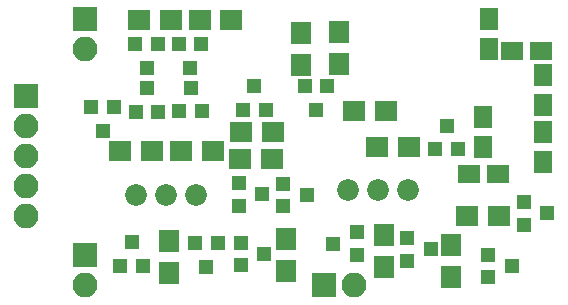
<source format=gbr>
G04 #@! TF.FileFunction,Soldermask,Top*
%FSLAX46Y46*%
G04 Gerber Fmt 4.6, Leading zero omitted, Abs format (unit mm)*
G04 Created by KiCad (PCBNEW 4.0.7) date 04/11/21 14:03:58*
%MOMM*%
%LPD*%
G01*
G04 APERTURE LIST*
%ADD10C,0.100000*%
%ADD11R,1.200000X1.300000*%
%ADD12R,1.650000X1.900000*%
%ADD13R,1.900000X1.650000*%
%ADD14R,1.300000X1.200000*%
%ADD15R,2.100000X2.100000*%
%ADD16O,2.100000X2.100000*%
%ADD17C,1.840000*%
%ADD18R,1.900000X1.700000*%
%ADD19R,1.700000X1.900000*%
G04 APERTURE END LIST*
D10*
D11*
X67825000Y-61100000D03*
X65925000Y-61100000D03*
X66875000Y-63100000D03*
D12*
X92200000Y-59000000D03*
X92200000Y-61500000D03*
D13*
X94150000Y-61700000D03*
X96650000Y-61700000D03*
D12*
X96800000Y-63750000D03*
X96800000Y-66250000D03*
X96800000Y-68600000D03*
X96800000Y-71100000D03*
D13*
X93000000Y-72150000D03*
X90500000Y-72150000D03*
D12*
X91700000Y-67300000D03*
X91700000Y-69800000D03*
D14*
X71025000Y-72900000D03*
X71025000Y-74800000D03*
X73025000Y-73850000D03*
D11*
X69225000Y-77950000D03*
X67325000Y-77950000D03*
X68275000Y-79950000D03*
D15*
X53000000Y-65500000D03*
D16*
X53000000Y-68040000D03*
X53000000Y-70580000D03*
X53000000Y-73120000D03*
X53000000Y-75660000D03*
D11*
X66000000Y-66800000D03*
X67900000Y-66800000D03*
X66950000Y-64800000D03*
X61000000Y-79880000D03*
X62900000Y-79880000D03*
X61950000Y-77880000D03*
X64175000Y-61150000D03*
X62275000Y-61150000D03*
X63225000Y-63150000D03*
X62300000Y-66850000D03*
X64200000Y-66850000D03*
X63250000Y-64850000D03*
X71400000Y-66700000D03*
X73300000Y-66700000D03*
X72350000Y-64700000D03*
D14*
X71175000Y-77925000D03*
X71175000Y-79825000D03*
X73175000Y-78875000D03*
D11*
X78500000Y-64700000D03*
X76600000Y-64700000D03*
X77550000Y-66700000D03*
D14*
X74775000Y-72925000D03*
X74775000Y-74825000D03*
X76775000Y-73875000D03*
D11*
X87675000Y-70025000D03*
X89575000Y-70025000D03*
X88625000Y-68025000D03*
D14*
X95150000Y-74500000D03*
X95150000Y-76400000D03*
X97150000Y-75450000D03*
X85300000Y-77550000D03*
X85300000Y-79450000D03*
X87300000Y-78500000D03*
X92150000Y-78975000D03*
X92150000Y-80875000D03*
X94150000Y-79925000D03*
X81000000Y-78950000D03*
X81000000Y-77050000D03*
X79000000Y-78000000D03*
D17*
X62300000Y-73900000D03*
X64840000Y-73900000D03*
X67380000Y-73900000D03*
X80300000Y-73500000D03*
X82840000Y-73500000D03*
X85380000Y-73500000D03*
D18*
X70400000Y-59050000D03*
X67700000Y-59050000D03*
D19*
X65100000Y-77825000D03*
X65100000Y-80525000D03*
D18*
X65275000Y-59075000D03*
X62575000Y-59075000D03*
D19*
X79500000Y-60100000D03*
X79500000Y-62800000D03*
D18*
X71250000Y-68550000D03*
X73950000Y-68550000D03*
X73850000Y-70825000D03*
X71150000Y-70825000D03*
D19*
X76250000Y-60200000D03*
X76250000Y-62900000D03*
D18*
X80800000Y-66750000D03*
X83500000Y-66750000D03*
X82750000Y-69800000D03*
X85450000Y-69800000D03*
X93025000Y-75700000D03*
X90325000Y-75700000D03*
D19*
X88975000Y-78100000D03*
X88975000Y-80800000D03*
X83300000Y-79950000D03*
X83300000Y-77250000D03*
D11*
X60450000Y-66475000D03*
X58550000Y-66475000D03*
X59500000Y-68475000D03*
D19*
X75000000Y-77600000D03*
X75000000Y-80300000D03*
D15*
X58000000Y-79000000D03*
D16*
X58000000Y-81540000D03*
D15*
X58000000Y-59000000D03*
D16*
X58000000Y-61540000D03*
D15*
X78200000Y-81500000D03*
D16*
X80740000Y-81500000D03*
D18*
X66150000Y-70150000D03*
X68850000Y-70150000D03*
X61000000Y-70150000D03*
X63700000Y-70150000D03*
M02*

</source>
